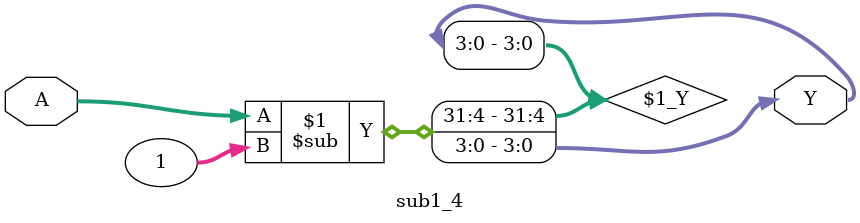
<source format=v>
module down4_sync(input CLK,input Reset,output [3:0] Q);

  wire [3:0] d,q_int;
  reg4  r1(CLK,Reset,d,q_int);
  sub1_4 s1(q_int,d);
  assign Q=q_int;

endmodule

module reg4(input CLK,input Reset,input [3:0] D,output reg [3:0] Q);
  always @(posedge CLK or posedge Reset)
    if (Reset) Q<=4'hF; else Q<=D;
endmodule

module sub1_4(input [3:0] A,output [3:0] Y);
  assign Y=A-1;
endmodule

</source>
